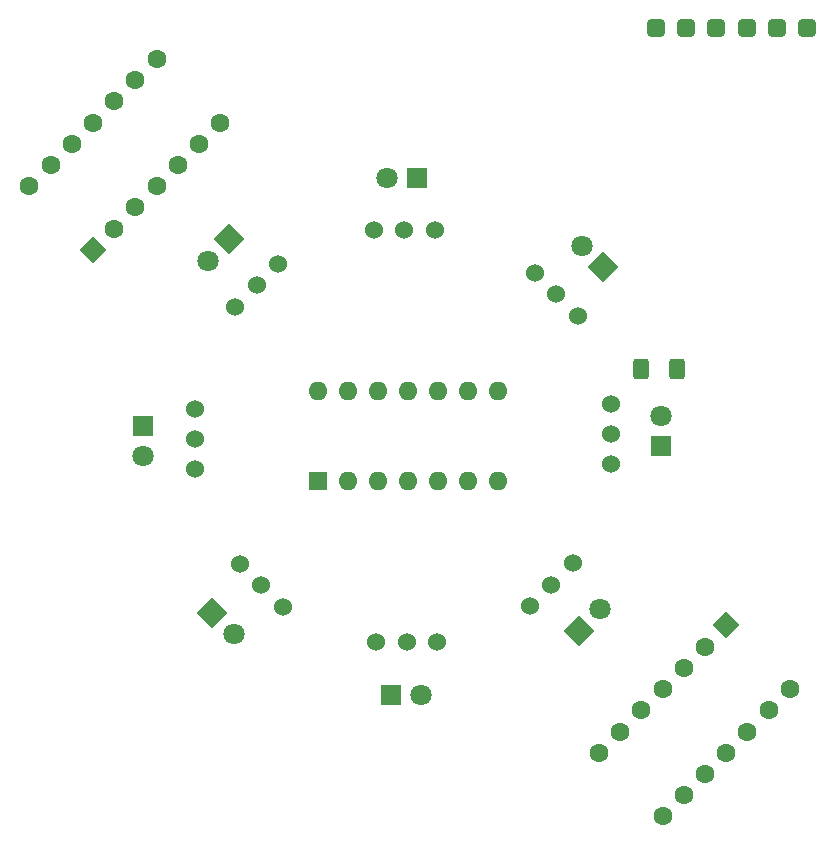
<source format=gbs>
G04 #@! TF.GenerationSoftware,KiCad,Pcbnew,(6.0.11)*
G04 #@! TF.CreationDate,2024-04-06T01:18:53+03:00*
G04 #@! TF.ProjectId,communication_module_PCB,636f6d6d-756e-4696-9361-74696f6e5f6d,rev?*
G04 #@! TF.SameCoordinates,Original*
G04 #@! TF.FileFunction,Soldermask,Bot*
G04 #@! TF.FilePolarity,Negative*
%FSLAX46Y46*%
G04 Gerber Fmt 4.6, Leading zero omitted, Abs format (unit mm)*
G04 Created by KiCad (PCBNEW (6.0.11)) date 2024-04-06 01:18:53*
%MOMM*%
%LPD*%
G01*
G04 APERTURE LIST*
G04 Aperture macros list*
%AMRoundRect*
0 Rectangle with rounded corners*
0 $1 Rounding radius*
0 $2 $3 $4 $5 $6 $7 $8 $9 X,Y pos of 4 corners*
0 Add a 4 corners polygon primitive as box body*
4,1,4,$2,$3,$4,$5,$6,$7,$8,$9,$2,$3,0*
0 Add four circle primitives for the rounded corners*
1,1,$1+$1,$2,$3*
1,1,$1+$1,$4,$5*
1,1,$1+$1,$6,$7*
1,1,$1+$1,$8,$9*
0 Add four rect primitives between the rounded corners*
20,1,$1+$1,$2,$3,$4,$5,0*
20,1,$1+$1,$4,$5,$6,$7,0*
20,1,$1+$1,$6,$7,$8,$9,0*
20,1,$1+$1,$8,$9,$2,$3,0*%
%AMHorizOval*
0 Thick line with rounded ends*
0 $1 width*
0 $2 $3 position (X,Y) of the first rounded end (center of the circle)*
0 $4 $5 position (X,Y) of the second rounded end (center of the circle)*
0 Add line between two ends*
20,1,$1,$2,$3,$4,$5,0*
0 Add two circle primitives to create the rounded ends*
1,1,$1,$2,$3*
1,1,$1,$4,$5*%
%AMRotRect*
0 Rectangle, with rotation*
0 The origin of the aperture is its center*
0 $1 length*
0 $2 width*
0 $3 Rotation angle, in degrees counterclockwise*
0 Add horizontal line*
21,1,$1,$2,0,0,$3*%
G04 Aperture macros list end*
%ADD10R,1.800000X1.800000*%
%ADD11C,1.800000*%
%ADD12C,1.524000*%
%ADD13RoundRect,0.381000X0.381000X0.381000X-0.381000X0.381000X-0.381000X-0.381000X0.381000X-0.381000X0*%
%ADD14RotRect,1.800000X1.800000X45.000000*%
%ADD15RotRect,1.800000X1.800000X135.000000*%
%ADD16RotRect,1.800000X1.800000X315.000000*%
%ADD17RotRect,1.600000X1.600000X135.000000*%
%ADD18HorizOval,1.600000X0.000000X0.000000X0.000000X0.000000X0*%
%ADD19O,1.600000X1.600000*%
%ADD20R,1.600000X1.600000*%
%ADD21RotRect,1.600000X1.600000X315.000000*%
%ADD22HorizOval,1.600000X0.000000X0.000000X0.000000X0.000000X0*%
%ADD23RotRect,1.800000X1.800000X225.000000*%
%ADD24RoundRect,0.250000X0.400000X0.625000X-0.400000X0.625000X-0.400000X-0.625000X0.400000X-0.625000X0*%
G04 APERTURE END LIST*
D10*
X48418059Y-27729971D03*
D11*
X45878059Y-27729971D03*
D12*
X29616000Y-52367971D03*
X29616000Y-49802571D03*
X29616000Y-47237171D03*
D13*
X81470500Y-15049500D03*
X78905100Y-15049500D03*
X76339700Y-15049500D03*
X73774300Y-15049500D03*
X71208900Y-15049500D03*
X68643500Y-15049500D03*
D14*
X62146869Y-66028861D03*
D11*
X63942920Y-64232810D03*
D10*
X25198059Y-48730771D03*
D11*
X25198059Y-51270771D03*
D12*
X50114200Y-66956059D03*
X47548800Y-66956059D03*
X44983400Y-66956059D03*
X33411167Y-60389048D03*
X35225179Y-62203060D03*
X37039190Y-64017071D03*
X64821459Y-46830771D03*
X64821459Y-49396171D03*
X64821459Y-51961571D03*
D15*
X64173620Y-35235532D03*
D11*
X62377569Y-33439481D03*
D16*
X31096949Y-64497949D03*
D11*
X32893000Y-66294000D03*
D12*
X49911659Y-32147912D03*
X47346259Y-32147912D03*
X44780859Y-32147912D03*
D10*
X46208000Y-71518971D03*
D11*
X48748000Y-71518971D03*
D12*
X61594801Y-60333017D03*
X59780790Y-62147028D03*
X57966778Y-63961040D03*
D10*
X69049900Y-50411300D03*
D11*
X69049900Y-47871300D03*
D12*
X62036319Y-39384410D03*
X60222307Y-37570398D03*
X58408296Y-35756387D03*
D17*
X20989746Y-33798054D03*
D18*
X22785797Y-32002003D03*
X24581848Y-30205952D03*
X26377900Y-28409900D03*
X28173951Y-26613849D03*
X29970002Y-24817798D03*
X31766053Y-23021747D03*
X26377900Y-17633593D03*
X24581848Y-19429644D03*
X22785797Y-21225695D03*
X20989746Y-23021747D03*
X19193695Y-24817798D03*
X17397644Y-26613849D03*
X15601592Y-28409900D03*
D19*
X40026059Y-45755971D03*
X42566059Y-45755971D03*
X45106059Y-45755971D03*
X47646059Y-45755971D03*
X50186059Y-45755971D03*
X52726059Y-45755971D03*
X55266059Y-45755971D03*
X55266059Y-53375971D03*
X52726059Y-53375971D03*
X50186059Y-53375971D03*
X47646059Y-53375971D03*
X45106059Y-53375971D03*
X42566059Y-53375971D03*
D20*
X40026059Y-53375971D03*
D12*
X33036988Y-38607161D03*
X34850999Y-36793150D03*
X36665011Y-34979138D03*
D21*
X74599383Y-65594005D03*
D22*
X72803332Y-67390056D03*
X71007281Y-69186107D03*
X69211229Y-70982159D03*
X67415178Y-72778210D03*
X65619127Y-74574261D03*
X63823076Y-76370312D03*
X69211229Y-81758466D03*
X71007281Y-79962415D03*
X72803332Y-78166364D03*
X74599383Y-76370312D03*
X76395434Y-74574261D03*
X78191485Y-72778210D03*
X79987537Y-70982159D03*
D23*
X32484920Y-32911316D03*
D11*
X30688869Y-34707367D03*
D24*
X70473500Y-43903900D03*
X67373500Y-43903900D03*
M02*

</source>
